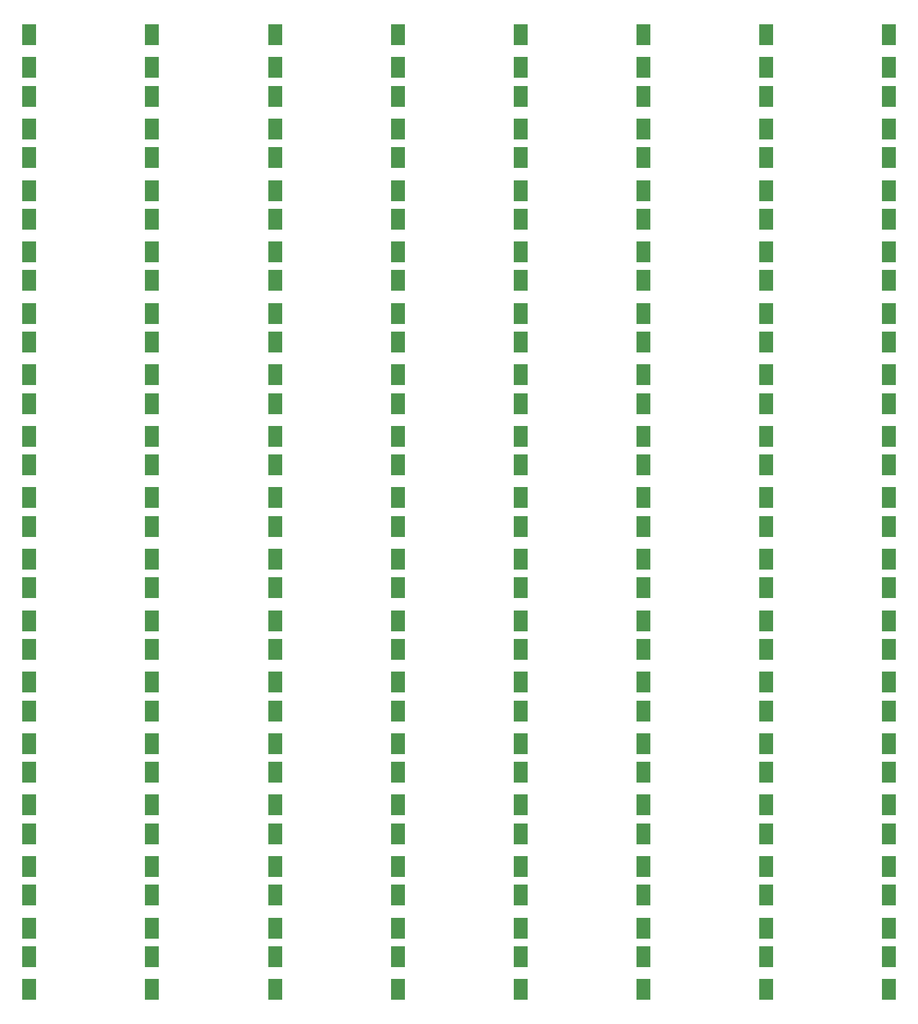
<source format=gbp>
G04 #@! TF.GenerationSoftware,KiCad,Pcbnew,(5.1.5)-3*
G04 #@! TF.CreationDate,2021-01-07T19:15:06+01:00*
G04 #@! TF.ProjectId,haptic display 8x8 aisler,68617074-6963-4206-9469-73706c617920,rev?*
G04 #@! TF.SameCoordinates,Original*
G04 #@! TF.FileFunction,Paste,Bot*
G04 #@! TF.FilePolarity,Positive*
%FSLAX46Y46*%
G04 Gerber Fmt 4.6, Leading zero omitted, Abs format (unit mm)*
G04 Created by KiCad (PCBNEW (5.1.5)-3) date 2021-01-07 19:15:06*
%MOMM*%
%LPD*%
G04 APERTURE LIST*
%ADD10R,1.800000X2.500000*%
G04 APERTURE END LIST*
D10*
X132500000Y-156750000D03*
X132500000Y-160750000D03*
X132500000Y-141750000D03*
X132500000Y-145750000D03*
X132500000Y-126750000D03*
X132500000Y-130750000D03*
X132500000Y-111750000D03*
X132500000Y-115750000D03*
X132500000Y-96750000D03*
X132500000Y-100750000D03*
X132500000Y-81750000D03*
X132500000Y-85750000D03*
X132500000Y-66750000D03*
X132500000Y-70750000D03*
X72500000Y-149250000D03*
X72500000Y-153250000D03*
X72500000Y-134250000D03*
X72500000Y-138250000D03*
X72500000Y-119250000D03*
X72500000Y-123250000D03*
X72500000Y-104250000D03*
X72500000Y-108250000D03*
X72500000Y-89250000D03*
X72500000Y-93250000D03*
X72500000Y-74250000D03*
X72500000Y-78250000D03*
X72500000Y-59250000D03*
X72500000Y-63250000D03*
X87500000Y-149250000D03*
X87500000Y-153250000D03*
X87500000Y-134250000D03*
X87500000Y-138250000D03*
X87500000Y-119250000D03*
X87500000Y-123250000D03*
X87500000Y-104250000D03*
X87500000Y-108250000D03*
X87500000Y-89250000D03*
X87500000Y-93250000D03*
X87500000Y-74250000D03*
X87500000Y-78250000D03*
X87500000Y-59250000D03*
X87500000Y-63250000D03*
X162500000Y-149250000D03*
X162500000Y-153250000D03*
X162500000Y-134250000D03*
X162500000Y-138250000D03*
X162500000Y-119250000D03*
X162500000Y-123250000D03*
X162500000Y-104250000D03*
X162500000Y-108250000D03*
X162500000Y-89250000D03*
X162500000Y-93250000D03*
X162500000Y-74250000D03*
X162500000Y-78250000D03*
X162500000Y-59250000D03*
X162500000Y-63250000D03*
X147500000Y-149250000D03*
X147500000Y-153250000D03*
X147500000Y-134250000D03*
X147500000Y-138250000D03*
X147500000Y-119250000D03*
X147500000Y-123250000D03*
X147500000Y-104250000D03*
X147500000Y-108250000D03*
X147500000Y-89250000D03*
X147500000Y-93250000D03*
X147500000Y-74250000D03*
X147500000Y-78250000D03*
X147500000Y-59250000D03*
X147500000Y-63250000D03*
X147500000Y-156750000D03*
X147500000Y-160750000D03*
X147500000Y-141750000D03*
X147500000Y-145750000D03*
X147500000Y-126750000D03*
X147500000Y-130750000D03*
X147500000Y-111750000D03*
X147500000Y-115750000D03*
X147500000Y-96750000D03*
X147500000Y-100750000D03*
X147500000Y-81750000D03*
X147500000Y-85750000D03*
X147500000Y-66750000D03*
X147500000Y-70750000D03*
X102500000Y-156750000D03*
X102500000Y-160750000D03*
X102500000Y-141750000D03*
X102500000Y-145750000D03*
X102500000Y-126750000D03*
X102500000Y-130750000D03*
X102500000Y-111750000D03*
X102500000Y-115750000D03*
X102500000Y-96750000D03*
X102500000Y-100750000D03*
X102500000Y-81750000D03*
X102500000Y-85750000D03*
X102500000Y-66750000D03*
X102500000Y-70750000D03*
X102500000Y-149250000D03*
X102500000Y-153250000D03*
X102500000Y-134250000D03*
X102500000Y-138250000D03*
X102500000Y-119250000D03*
X102500000Y-123250000D03*
X102500000Y-104250000D03*
X102500000Y-108250000D03*
X102500000Y-89250000D03*
X102500000Y-93250000D03*
X102500000Y-74250000D03*
X102500000Y-78250000D03*
X102500000Y-59250000D03*
X102500000Y-63250000D03*
X117500000Y-149250000D03*
X117500000Y-153250000D03*
X117500000Y-134250000D03*
X117500000Y-138250000D03*
X117500000Y-119250000D03*
X117500000Y-123250000D03*
X117500000Y-104250000D03*
X117500000Y-108250000D03*
X117500000Y-89250000D03*
X117500000Y-93250000D03*
X117500000Y-74250000D03*
X117500000Y-78250000D03*
X117500000Y-59250000D03*
X117500000Y-63250000D03*
X72500000Y-156750000D03*
X72500000Y-160750000D03*
X72500000Y-141750000D03*
X72500000Y-145750000D03*
X72500000Y-126750000D03*
X72500000Y-130750000D03*
X72500000Y-111750000D03*
X72500000Y-115750000D03*
X72500000Y-96750000D03*
X72500000Y-100750000D03*
X72500000Y-81750000D03*
X72500000Y-85750000D03*
X72500000Y-66750000D03*
X72500000Y-70750000D03*
X162500000Y-156750000D03*
X162500000Y-160750000D03*
X162500000Y-141750000D03*
X162500000Y-145750000D03*
X162500000Y-126750000D03*
X162500000Y-130750000D03*
X162500000Y-111750000D03*
X162500000Y-115750000D03*
X162500000Y-96750000D03*
X162500000Y-100750000D03*
X162500000Y-81750000D03*
X162500000Y-85750000D03*
X162500000Y-66750000D03*
X162500000Y-70750000D03*
X132500000Y-149250000D03*
X132500000Y-153250000D03*
X132500000Y-134250000D03*
X132500000Y-138250000D03*
X132500000Y-119250000D03*
X132500000Y-123250000D03*
X132500000Y-104250000D03*
X132500000Y-108250000D03*
X132500000Y-89250000D03*
X132500000Y-93250000D03*
X132500000Y-74250000D03*
X132500000Y-78250000D03*
X132500000Y-59250000D03*
X132500000Y-63250000D03*
X117500000Y-156750000D03*
X117500000Y-160750000D03*
X117500000Y-141750000D03*
X117500000Y-145750000D03*
X117500000Y-126750000D03*
X117500000Y-130750000D03*
X117500000Y-111750000D03*
X117500000Y-115750000D03*
X117500000Y-96750000D03*
X117500000Y-100750000D03*
X117500000Y-81750000D03*
X117500000Y-85750000D03*
X117500000Y-66750000D03*
X117500000Y-70750000D03*
X87500000Y-156750000D03*
X87500000Y-160750000D03*
X87500000Y-141750000D03*
X87500000Y-145750000D03*
X87500000Y-126750000D03*
X87500000Y-130750000D03*
X87500000Y-111750000D03*
X87500000Y-115750000D03*
X87500000Y-96750000D03*
X87500000Y-100750000D03*
X87500000Y-81750000D03*
X87500000Y-85750000D03*
X87500000Y-66750000D03*
X87500000Y-70750000D03*
X57500000Y-153250000D03*
X57500000Y-149250000D03*
X57500000Y-138250000D03*
X57500000Y-134250000D03*
X57500000Y-123250000D03*
X57500000Y-119250000D03*
X57500000Y-108250000D03*
X57500000Y-104250000D03*
X57500000Y-93250000D03*
X57500000Y-89250000D03*
X57500000Y-78250000D03*
X57500000Y-74250000D03*
X57500000Y-63250000D03*
X57500000Y-59250000D03*
X57500000Y-160750000D03*
X57500000Y-156750000D03*
X57500000Y-145750000D03*
X57500000Y-141750000D03*
X57500000Y-130750000D03*
X57500000Y-126750000D03*
X57500000Y-115750000D03*
X57500000Y-111750000D03*
X57500000Y-100750000D03*
X57500000Y-96750000D03*
X57500000Y-85750000D03*
X57500000Y-81750000D03*
X57500000Y-70750000D03*
X57500000Y-66750000D03*
X162500000Y-55750000D03*
X162500000Y-51750000D03*
X147500000Y-55750000D03*
X147500000Y-51750000D03*
X132500000Y-55750000D03*
X132500000Y-51750000D03*
X117500000Y-55750000D03*
X117500000Y-51750000D03*
X102500000Y-55750000D03*
X102500000Y-51750000D03*
X87500000Y-55750000D03*
X87500000Y-51750000D03*
X72500000Y-55750000D03*
X72500000Y-51750000D03*
X162500000Y-48250000D03*
X162500000Y-44250000D03*
X147500000Y-48250000D03*
X147500000Y-44250000D03*
X132500000Y-48250000D03*
X132500000Y-44250000D03*
X117500000Y-48250000D03*
X117500000Y-44250000D03*
X102500000Y-48250000D03*
X102500000Y-44250000D03*
X87500000Y-48250000D03*
X87500000Y-44250000D03*
X72500000Y-48250000D03*
X72500000Y-44250000D03*
X57500000Y-51750000D03*
X57500000Y-55750000D03*
X57500000Y-44250000D03*
X57500000Y-48250000D03*
M02*

</source>
